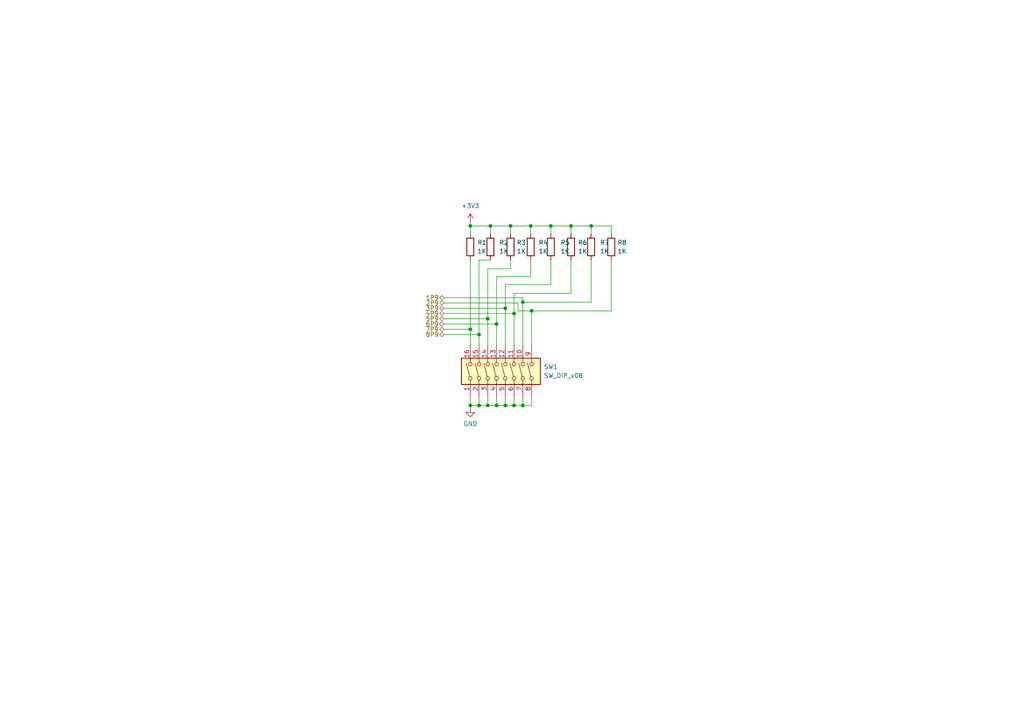
<source format=kicad_sch>
(kicad_sch (version 20211123) (generator eeschema)
  (paper "A4")
  (lib_symbols
    (symbol "Device:R" (pin_numbers hide) (pin_names (offset 0))
      (property "Reference" "R" (at 2.032 0 90))
      (property "Value" "R" (at 0 0 90))
      (symbol "R_0_1"
        (rectangle (start -1.016 -2.54) (end 1.016 2.54) (stroke (width 0.254)))
      )
      (symbol "R_1_1"
        (pin passive line (at 0 3.81 270) (length 1.27) (name "~") (number "1"))
        (pin passive line (at 0 -3.81 90) (length 1.27) (name "~") (number "2"))
      )
    )
    (symbol "Switch:SW_DIP_x08" (pin_names (offset 0) hide)
      (property "Reference" "SW" (at 0 13.97 0))
      (property "Value" "SW_DIP_x08" (at 0 -11.43 0))
      (symbol "SW_DIP_x08_0_0"
        (circle (center -2.032 -7.62) (radius 0.508))
        (circle (center -2.032 -5.08) (radius 0.508))
        (circle (center -2.032 -2.54) (radius 0.508))
        (circle (center -2.032 0) (radius 0.508))
        (circle (center -2.032 2.54) (radius 0.508))
        (circle (center -2.032 5.08) (radius 0.508))
        (circle (center -2.032 7.62) (radius 0.508))
        (circle (center -2.032 10.16) (radius 0.508))
        (polyline (pts (xy -1.524 -7.4676) (xy 2.3622 -6.4262)))
        (polyline (pts (xy -1.524 -4.9276) (xy 2.3622 -3.8862)))
        (polyline (pts (xy -1.524 -2.3876) (xy 2.3622 -1.3462)))
        (polyline (pts (xy -1.524 0.127) (xy 2.3622 1.1684)))
        (polyline (pts (xy -1.524 2.667) (xy 2.3622 3.7084)))
        (polyline (pts (xy -1.524 5.207) (xy 2.3622 6.2484)))
        (polyline (pts (xy -1.524 7.747) (xy 2.3622 8.7884)))
        (polyline (pts (xy -1.524 10.287) (xy 2.3622 11.3284)))
        (circle (center 2.032 -7.62) (radius 0.508))
        (circle (center 2.032 -5.08) (radius 0.508))
        (circle (center 2.032 -2.54) (radius 0.508))
        (circle (center 2.032 0) (radius 0.508))
        (circle (center 2.032 2.54) (radius 0.508))
        (circle (center 2.032 5.08) (radius 0.508))
        (circle (center 2.032 7.62) (radius 0.508))
        (circle (center 2.032 10.16) (radius 0.508))
      )
      (symbol "SW_DIP_x08_0_1"
        (rectangle (start -3.81 12.7) (end 3.81 -10.16) (stroke (width 0.254)) (fill (type background)))
      )
      (symbol "SW_DIP_x08_1_1"
        (pin passive line (at -7.62 10.16 0) (length 5.08) (name "~") (number "1"))
        (pin passive line (at 7.62 -5.08 180) (length 5.08) (name "~") (number "10"))
        (pin passive line (at 7.62 -2.54 180) (length 5.08) (name "~") (number "11"))
        (pin passive line (at 7.62 0 180) (length 5.08) (name "~") (number "12"))
        (pin passive line (at 7.62 2.54 180) (length 5.08) (name "~") (number "13"))
        (pin passive line (at 7.62 5.08 180) (length 5.08) (name "~") (number "14"))
        (pin passive line (at 7.62 7.62 180) (length 5.08) (name "~") (number "15"))
        (pin passive line (at 7.62 10.16 180) (length 5.08) (name "~") (number "16"))
        (pin passive line (at -7.62 7.62 0) (length 5.08) (name "~") (number "2"))
        (pin passive line (at -7.62 5.08 0) (length 5.08) (name "~") (number "3"))
        (pin passive line (at -7.62 2.54 0) (length 5.08) (name "~") (number "4"))
        (pin passive line (at -7.62 0 0) (length 5.08) (name "~") (number "5"))
        (pin passive line (at -7.62 -2.54 0) (length 5.08) (name "~") (number "6"))
        (pin passive line (at -7.62 -5.08 0) (length 5.08) (name "~") (number "7"))
        (pin passive line (at -7.62 -7.62 0) (length 5.08) (name "~") (number "8"))
        (pin passive line (at 7.62 -7.62 180) (length 5.08) (name "~") (number "9"))
      )
    )
    (symbol "power:+3V3" (power) (pin_names (offset 0))
      (property "Value" "+3V3" (at 0 3.556 0))
      (symbol "+3V3_0_1"
        (polyline (pts (xy -0.762 1.27) (xy 0 2.54)))
        (polyline (pts (xy 0 0) (xy 0 2.54)))
        (polyline (pts (xy 0 2.54) (xy 0.762 1.27)))
      )
      (symbol "+3V3_1_1"
        (pin power_in line (at 0 0 90) (length 0) hide (name "+3V3") (number "1"))
      )
    )
    (symbol "power:GND" (power) (pin_names (offset 0))
      (property "Value" "GND" (at 0 -3.81 0))
      (symbol "GND_0_1"
        (polyline (pts (xy 0 0) (xy 0 -1.27) (xy 1.27 -1.27) (xy 0 -2.54) (xy -1.27 -1.27) (xy 0 -1.27)))
      )
      (symbol "GND_1_1"
        (pin power_in line (at 0 0 270) (length 0) hide (name "GND") (number "1"))
      )
    )
  )
  (junction (at 136.398 117.602))
  (junction (at 138.938 117.602))
  (junction (at 144.018 93.98))
  (junction (at 141.478 117.602))
  (junction (at 142.24 65.532))
  (junction (at 149.098 117.602))
  (junction (at 148.082 65.532))
  (junction (at 136.398 65.532))
  (junction (at 141.478 92.456))
  (junction (at 136.398 95.504))
  (junction (at 146.558 117.602))
  (junction (at 153.924 65.532))
  (junction (at 151.638 117.602))
  (junction (at 138.938 97.028))
  (junction (at 146.558 89.408))
  (junction (at 149.098 90.932))
  (junction (at 151.638 87.63))
  (junction (at 171.45 65.532))
  (junction (at 154.178 90.17))
  (junction (at 165.608 65.532))
  (junction (at 144.018 117.602))
  (junction (at 159.766 65.532))
  (wire (pts (xy 128.778 87.884) (xy 150.2156 87.884)))
  (wire (pts (xy 128.778 97.028) (xy 138.938 97.028)))
  (wire (pts (xy 138.938 75.438) (xy 142.24 75.438)))
  (wire (pts (xy 151.638 117.602) (xy 149.098 117.602)))
  (wire (pts (xy 128.778 92.456) (xy 141.478 92.456)))
  (wire (pts (xy 146.558 82.55) (xy 146.558 89.408)))
  (wire (pts (xy 144.018 93.98) (xy 144.018 100.076)))
  (wire (pts (xy 165.608 85.09) (xy 165.608 75.438)))
  (wire (pts (xy 149.098 117.602) (xy 146.558 117.602)))
  (wire (pts (xy 153.924 80.264) (xy 153.924 75.438)))
  (wire (pts (xy 148.082 65.532) (xy 142.24 65.532)))
  (wire (pts (xy 144.018 117.602) (xy 141.478 117.602)))
  (wire (pts (xy 144.018 80.264) (xy 153.924 80.264)))
  (wire (pts (xy 136.398 75.438) (xy 136.398 95.504)))
  (wire (pts (xy 148.082 77.978) (xy 148.082 75.438)))
  (wire (pts (xy 128.778 86.36) (xy 151.638 86.36)))
  (wire (pts (xy 128.778 95.504) (xy 136.398 95.504)))
  (wire (pts (xy 136.398 115.316) (xy 136.398 117.602)))
  (wire (pts (xy 138.938 75.438) (xy 138.938 97.028)))
  (wire (pts (xy 141.478 77.978) (xy 141.478 92.456)))
  (wire (pts (xy 171.45 87.63) (xy 171.45 75.438)))
  (wire (pts (xy 171.45 65.532) (xy 171.45 67.818)))
  (wire (pts (xy 165.608 65.532) (xy 159.766 65.532)))
  (wire (pts (xy 138.938 97.028) (xy 138.938 100.076)))
  (wire (pts (xy 154.178 115.316) (xy 154.178 117.602)))
  (wire (pts (xy 144.018 80.264) (xy 144.018 93.98)))
  (wire (pts (xy 149.098 85.09) (xy 165.608 85.09)))
  (wire (pts (xy 146.558 117.602) (xy 144.018 117.602)))
  (wire (pts (xy 150.2156 90.17) (xy 154.178 90.17)))
  (wire (pts (xy 151.638 115.316) (xy 151.638 117.602)))
  (wire (pts (xy 151.638 86.36) (xy 151.638 87.63)))
  (wire (pts (xy 165.608 65.532) (xy 165.608 67.818)))
  (wire (pts (xy 128.778 93.98) (xy 144.018 93.98)))
  (wire (pts (xy 153.924 65.532) (xy 148.082 65.532)))
  (wire (pts (xy 146.558 89.408) (xy 146.558 100.076)))
  (wire (pts (xy 141.478 115.316) (xy 141.478 117.602)))
  (wire (pts (xy 141.478 117.602) (xy 138.938 117.602)))
  (wire (pts (xy 128.778 89.408) (xy 146.558 89.408)))
  (wire (pts (xy 146.558 115.316) (xy 146.558 117.602)))
  (wire (pts (xy 136.398 64.516) (xy 136.398 65.532)))
  (wire (pts (xy 136.398 95.504) (xy 136.398 100.076)))
  (wire (pts (xy 144.018 115.316) (xy 144.018 117.602)))
  (wire (pts (xy 149.098 85.09) (xy 149.098 90.932)))
  (wire (pts (xy 138.938 115.316) (xy 138.938 117.602)))
  (wire (pts (xy 142.24 65.532) (xy 142.24 67.818)))
  (wire (pts (xy 141.478 92.456) (xy 141.478 100.076)))
  (wire (pts (xy 128.778 90.932) (xy 149.098 90.932)))
  (wire (pts (xy 151.638 87.63) (xy 171.45 87.63)))
  (wire (pts (xy 151.638 87.63) (xy 151.638 100.076)))
  (wire (pts (xy 136.398 117.602) (xy 136.398 118.364)))
  (wire (pts (xy 136.398 65.532) (xy 136.398 67.818)))
  (wire (pts (xy 146.558 82.55) (xy 159.766 82.55)))
  (wire (pts (xy 154.178 90.17) (xy 154.178 100.076)))
  (wire (pts (xy 159.766 65.532) (xy 153.924 65.532)))
  (wire (pts (xy 177.292 67.818) (xy 177.292 65.532)))
  (wire (pts (xy 159.766 65.532) (xy 159.766 67.818)))
  (wire (pts (xy 138.938 117.602) (xy 136.398 117.602)))
  (wire (pts (xy 150.2156 87.884) (xy 150.2156 90.17)))
  (wire (pts (xy 159.766 82.55) (xy 159.766 75.438)))
  (wire (pts (xy 149.098 115.316) (xy 149.098 117.602)))
  (wire (pts (xy 142.24 65.532) (xy 136.398 65.532)))
  (wire (pts (xy 153.924 65.532) (xy 153.924 67.818)))
  (wire (pts (xy 177.292 90.17) (xy 177.292 75.438)))
  (wire (pts (xy 177.292 65.532) (xy 171.45 65.532)))
  (wire (pts (xy 141.478 77.978) (xy 148.082 77.978)))
  (wire (pts (xy 171.45 65.532) (xy 165.608 65.532)))
  (wire (pts (xy 148.082 65.532) (xy 148.082 67.818)))
  (wire (pts (xy 149.098 90.932) (xy 149.098 100.076)))
  (wire (pts (xy 154.178 90.17) (xy 177.292 90.17)))
  (wire (pts (xy 154.178 117.602) (xy 151.638 117.602)))
  (hierarchical_label "7P9" (shape bidirectional) (at 128.778 95.504 180))
  (hierarchical_label "3P9" (shape bidirectional) (at 128.778 89.408 180))
  (hierarchical_label "2P9" (shape bidirectional) (at 128.778 87.884 180))
  (hierarchical_label "8P9" (shape bidirectional) (at 128.778 97.028 180))
  (hierarchical_label "5P9" (shape bidirectional) (at 128.778 92.456 180))
  (hierarchical_label "6P9" (shape bidirectional) (at 128.778 93.98 180))
  (hierarchical_label "4P9" (shape bidirectional) (at 128.778 90.932 180))
  (hierarchical_label "1P9" (shape bidirectional) (at 128.778 86.36 180))
  (symbol (lib_id "Device:R") (at 136.398 71.628 0) (unit 1)
    (property "Reference" "R1" (at 138.43 70.3579 0) (effects (justify left)))
    (property "Value" "1K" (at 138.43 72.8979 0) (effects (justify left)))
    (property "Footprint" "Resistor_THT:R_Axial_DIN0207_L6.3mm_D2.5mm_P10.16mm_Horizontal" (effects hide))
  )
  (symbol (lib_id "power:+3V3") (at 136.398 64.516 0) (unit 1)
    (property "Reference" "#PWR0110" (effects hide))
    (property "Value" "+3V3" (at 136.398 59.69 0))
  )
  (symbol (lib_id "Device:R") (at 159.766 71.628 0) (unit 1)
    (property "Reference" "R5" (at 162.56 70.3579 0) (effects (justify left)))
    (property "Value" "1K" (at 162.56 72.8979 0) (effects (justify left)))
    (property "Footprint" "Resistor_THT:R_Axial_DIN0207_L6.3mm_D2.5mm_P10.16mm_Horizontal" (effects hide))
  )
  (symbol (lib_id "Device:R") (at 165.608 71.628 0) (unit 1)
    (property "Reference" "R6" (at 167.64 70.3579 0) (effects (justify left)))
    (property "Value" "1K" (at 167.64 72.8979 0) (effects (justify left)))
    (property "Footprint" "Resistor_THT:R_Axial_DIN0207_L6.3mm_D2.5mm_P10.16mm_Horizontal" (effects hide))
  )
  (symbol (lib_id "Device:R") (at 153.924 71.628 0) (unit 1)
    (property "Reference" "R4" (at 156.21 70.3579 0) (effects (justify left)))
    (property "Value" "1K" (at 156.21 72.8979 0) (effects (justify left)))
    (property "Footprint" "Resistor_THT:R_Axial_DIN0207_L6.3mm_D2.5mm_P10.16mm_Horizontal" (effects hide))
  )
  (symbol (lib_id "Device:R") (at 148.082 71.628 0) (unit 1)
    (property "Reference" "R3" (at 149.86 70.3579 0) (effects (justify left)))
    (property "Value" "1K" (at 149.86 72.8979 0) (effects (justify left)))
    (property "Footprint" "Resistor_THT:R_Axial_DIN0207_L6.3mm_D2.5mm_P10.16mm_Horizontal" (effects hide))
  )
  (symbol (lib_id "Device:R") (at 177.292 71.628 0) (unit 1)
    (property "Reference" "R8" (at 179.07 70.3579 0) (effects (justify left)))
    (property "Value" "1K" (at 179.07 72.8979 0) (effects (justify left)))
    (property "Footprint" "Resistor_THT:R_Axial_DIN0207_L6.3mm_D2.5mm_P10.16mm_Horizontal" (effects hide))
  )
  (symbol (lib_id "power:GND") (at 136.398 118.364 0) (unit 1)
    (property "Reference" "#PWR0109" (effects hide))
    (property "Value" "GND" (at 136.398 122.936 0))
  )
  (symbol (lib_id "Device:R") (at 142.24 71.628 0) (unit 1)
    (property "Reference" "R2" (at 144.78 70.3579 0) (effects (justify left)))
    (property "Value" "1K" (at 144.78 72.8979 0) (effects (justify left)))
    (property "Footprint" "Resistor_THT:R_Axial_DIN0207_L6.3mm_D2.5mm_P10.16mm_Horizontal" (effects hide))
  )
  (symbol (lib_id "Device:R") (at 171.45 71.628 0) (unit 1)
    (property "Reference" "R7" (at 173.99 70.3579 0) (effects (justify left)))
    (property "Value" "1K" (at 173.99 72.8979 0) (effects (justify left)))
    (property "Footprint" "Resistor_THT:R_Axial_DIN0207_L6.3mm_D2.5mm_P10.16mm_Horizontal" (effects hide))
  )
  (symbol (lib_id "Switch:SW_DIP_x08") (at 146.558 107.696 90) (unit 1)
    (property "Reference" "SW1" (at 157.734 106.4259 90) (effects (justify right)))
    (property "Value" "SW_DIP_x08" (at 157.734 108.9659 90) (effects (justify right)))
    (property "Footprint" "Button_Switch_THT:SW_DIP_SPSTx08_Slide_6.7x21.88mm_W7.62mm_P2.54mm_LowProfile" (effects hide))
  )
)
</source>
